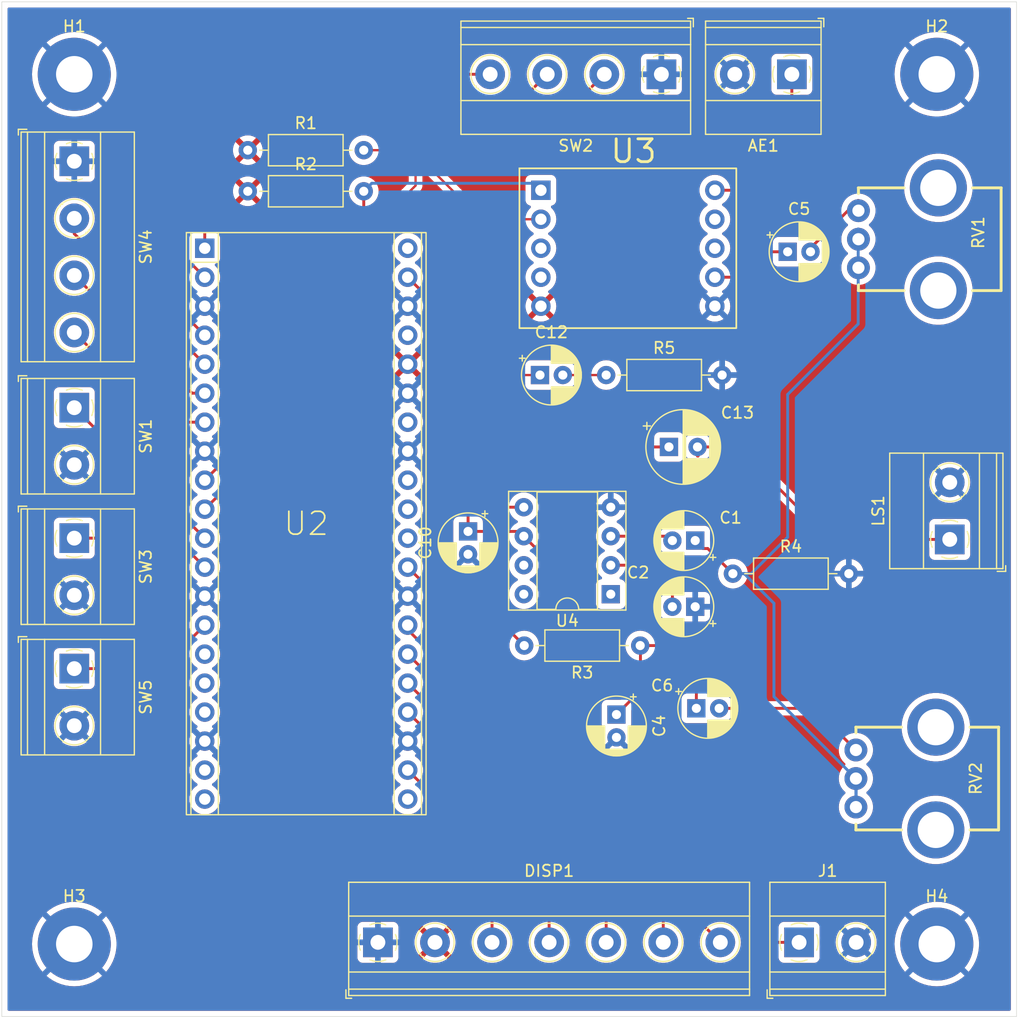
<source format=kicad_pcb>
(kicad_pcb (version 20240108) (generator "pcbnew") (generator_version "8.0")
  (layers (0 "F.Cu" signal) (31 "B.Cu" signal) (34 "B.Paste" user) (35 "F.Paste" user) (36 "B.SilkS" user "B.Silkscreen") (37 "F.SilkS" user "F.Silkscreen") (38 "B.Mask" user) (39 "F.Mask" user) (44 "Edge.Cuts" user))
  (net 0 "")
  (net 1 "GND")
  (net 2 "Net-(AE1-A)")
  (net 3 "+5V")
  (net 4 "+3.3V")
  (net 5 "Net-(C4-Pad1)")
  (net 6 "/AOUT")
  (net 7 "Net-(C5-Pad2)")
  (net 8 "Net-(C6-Pad2)")
  (net 9 "Net-(U4-+)")
  (net 11 "Net-(C12-Pad1)")
  (net 12 "Net-(C12-Pad2)")
  (net 13 "Net-(C13-Pad2)")
  (net 14 "/SDC")
  (net 15 "/SCS")
  (net 16 "/SSDA")
  (net 17 "/SSCK")
  (net 18 "/SRES")
  (net 19 "/ISCL")
  (net 20 "/ISDA")
  (net 21 "/PWM")
  (net 22 "/BTN1")
  (net 23 "/BTN2")
  (net 24 "/BTN3")
  (net 26 "/ENC2_CL")
  (net 30 "/ENC2_PB")
  (net 32 "/ENC1_PB")
  (net 35 "/ENC1_DR")
  (net 36 "/ENC1_CL")
  (net 42 "/ENC2_DR")
  (net 49 "Net-(C1-Pad1)")
  (net 50 "Net-(U4--)")
  (footprint "ECE:RPi_Pico_TH" (layer "F.Cu") (at 83.82 83.82)
    (property "Reference" "U2" (at 0 0 0) (layer "F.SilkS") (effects (font (size 2 2))))
    (property "Value" "RPi_Pico")
    (pad "1" thru_hole rect (at -8.89 -24.13) (size 1.7 1.7) (drill 1) (layers "*.Cu" "*.Mask") (net 36 "/ENC1_CL"))
    (pad "2" thru_hole circle (at -8.89 -21.59) (size 1.7 1.7) (drill 1) (layers "*.Cu" "*.Mask") (net 35 "/ENC1_DR"))
    (pad "3" thru_hole circle (at -8.89 -19.05) (size 1.7 1.7) (drill 1) (layers "*.Cu" "*.Mask") (net 1 "GND"))
    (pad "4" thru_hole circle (at -8.89 -16.51) (size 1.7 1.7) (drill 1) (layers "*.Cu" "*.Mask") (net 32 "/ENC1_PB"))
    (pad "5" thru_hole circle (at -8.89 -13.97) (size 1.7 1.7) (drill 1) (layers "*.Cu" "*.Mask") (net 26 "/ENC2_CL"))
    (pad "6" thru_hole circle (at -8.89 -11.43) (size 1.7 1.7) (drill 1) (layers "*.Cu" "*.Mask") (net 42 "/ENC2_DR"))
    (pad "7" thru_hole circle (at -8.89 -8.89) (size 1.7 1.7) (drill 1) (layers "*.Cu" "*.Mask") (net 30 "/ENC2_PB"))
    (pad "8" thru_hole circle (at -8.89 -6.35) (size 1.7 1.7) (drill 1) (layers "*.Cu" "*.Mask") (net 1 "GND"))
    (pad "9" thru_hole circle (at -8.89 -3.81) (size 1.7 1.7) (drill 1) (layers "*.Cu" "*.Mask") (net 20 "/ISDA"))
    (pad "10" thru_hole circle (at -8.89 -1.27) (size 1.7 1.7) (drill 1) (layers "*.Cu" "*.Mask") (net 19 "/ISCL"))
    (pad "11" thru_hole circle (at -8.89 1.27) (size 1.7 1.7) (drill 1) (layers "*.Cu" "*.Mask") (net 22 "/BTN1"))
    (pad "12" thru_hole circle (at -8.89 3.81) (size 1.7 1.7) (drill 1) (layers "*.Cu" "*.Mask") (net 23 "/BTN2"))
    (pad "13" thru_hole circle (at -8.89 6.35) (size 1.7 1.7) (drill 1) (layers "*.Cu" "*.Mask") (net 1 "GND"))
    (pad "14" thru_hole circle (at -8.89 8.89) (size 1.7 1.7) (drill 1) (layers "*.Cu" "*.Mask") (net 24 "/BTN3"))
    (pad "15" thru_hole circle (at -8.89 11.43) (size 1.7 1.7) (drill 1) (layers "*.Cu" "*.Mask"))
    (pad "16" thru_hole circle (at -8.89 13.97) (size 1.7 1.7) (drill 1) (layers "*.Cu" "*.Mask"))
    (pad "17" thru_hole circle (at -8.89 16.51) (size 1.7 1.7) (drill 1) (layers "*.Cu" "*.Mask"))
    (pad "18" thru_hole circle (at -8.89 19.05) (size 1.7 1.7) (drill 1) (layers "*.Cu" "*.Mask") (net 1 "GND"))
    (pad "19" thru_hole circle (at -8.89 21.59) (size 1.7 1.7) (drill 1) (layers "*.Cu" "*.Mask"))
    (pad "20" thru_hole circle (at -8.89 24.13) (size 1.7 1.7) (drill 1) (layers "*.Cu" "*.Mask"))
    (pad "21" thru_hole circle (at 8.89 24.13) (size 1.7 1.7) (drill 1) (layers "*.Cu" "*.Mask"))
    (pad "22" thru_hole circle (at 8.89 21.59) (size 1.7 1.7) (drill 1) (layers "*.Cu" "*.Mask") (net 15 "/SCS"))
    (pad "23" thru_hole circle (at 8.89 19.05) (size 1.7 1.7) (drill 1) (layers "*.Cu" "*.Mask") (net 1 "GND"))
    (pad "24" thru_hole circle (at 8.89 16.51) (size 1.7 1.7) (drill 1) (layers "*.Cu" "*.Mask") (net 17 "/SSCK"))
    (pad "25" thru_hole circle (at 8.89 13.97) (size 1.7 1.7) (drill 1) (layers "*.Cu" "*.Mask") (net 16 "/SSDA"))
    (pad "26" thru_hole circle (at 8.89 11.43) (size 1.7 1.7) (drill 1) (layers "*.Cu" "*.Mask") (net 14 "/SDC"))
    (pad "27" thru_hole circle (at 8.89 8.89) (size 1.7 1.7) (drill 1) (layers "*.Cu" "*.Mask") (net 18 "/SRES"))
    (pad "28" thru_hole circle (at 8.89 6.35) (size 1.7 1.7) (drill 1) (layers "*.Cu" "*.Mask") (net 1 "GND"))
    (pad "29" thru_hole circle (at 8.89 3.81) (size 1.7 1.7) (drill 1) (layers "*.Cu" "*.Mask") (net 21 "/PWM"))
    (pad "30" thru_hole circle (at 8.89 1.27) (size 1.7 1.7) (drill 1) (layers "*.Cu" "*.Mask"))
    (pad "31" thru_hole circle (at 8.89 -1.27) (size 1.7 1.7) (drill 1) (layers "*.Cu" "*.Mask"))
    (pad "32" thru_hole circle (at 8.89 -3.81) (size 1.7 1.7) (drill 1) (layers "*.Cu" "*.Mask"))
    (pad "33" thru_hole circle (at 8.89 -6.35) (size 1.7 1.7) (drill 1) (layers "*.Cu" "*.Mask") (net 1 "GND"))
    (pad "34" thru_hole circle (at 8.89 -8.89) (size 1.7 1.7) (drill 1) (layers "*.Cu" "*.Mask"))
    (pad "35" thru_hole circle (at 8.89 -11.43) (size 1.7 1.7) (drill 1) (layers "*.Cu" "*.Mask") (net 1 "GND"))
    (pad "36" thru_hole circle (at 8.89 -13.97) (size 1.7 1.7) (drill 1) (layers "*.Cu" "*.Mask") (net 4 "+3.3V"))
    (pad "37" thru_hole circle (at 8.89 -16.51) (size 1.7 1.7) (drill 1) (layers "*.Cu" "*.Mask"))
    (pad "38" thru_hole circle (at 8.89 -19.05) (size 1.7 1.7) (drill 1) (layers "*.Cu" "*.Mask") (net 1 "GND"))
    (pad "39" thru_hole circle (at 8.89 -21.59) (size 1.7 1.7) (drill 1) (layers "*.Cu" "*.Mask") (net 3 "+5V"))
    (pad "40" thru_hole circle (at 8.89 -24.13) (size 1.7 1.7) (drill 1) (layers "*.Cu" "*.Mask"))
  )
  (footprint "Resistor_THT:R_Axial_DIN0207_L6.3mm_D2.5mm_P10.16mm_Horizontal" (layer "F.Cu") (at 110.1 70.8)
    (property "Reference" "R5" (at 5.08 -2.37 0) (layer "F.SilkS"))
    (property "Value" "10")
    (pad "1" thru_hole circle (at 0 0) (size 1.6 1.6) (drill 0.8) (layers "*.Cu" "*.Mask") (net 12 "Net-(C12-Pad2)"))
    (pad "2" thru_hole oval (at 10.16 0) (size 1.6 1.6) (drill 0.8) (layers "*.Cu" "*.Mask") (net 1 "GND"))
  )
  (footprint "Capacitor_THT:CP_Radial_D5.0mm_P2.00mm" (layer "F.Cu") (at 126 60)
    (property "Reference" "C5" (at 1 -3.75 0) (layer "F.SilkS"))
    (property "Value" "100uF")
    (pad "1" thru_hole rect (at 0 0) (size 1.6 1.6) (drill 0.8) (layers "*.Cu" "*.Mask") (net 6 "/AOUT"))
    (pad "2" thru_hole circle (at 2 0) (size 1.6 1.6) (drill 0.8) (layers "*.Cu" "*.Mask") (net 7 "Net-(C5-Pad2)"))
  )
  (footprint "Resistor_THT:R_Axial_DIN0207_L6.3mm_D2.5mm_P10.16mm_Horizontal" (layer "F.Cu") (at 113.08 94.5 180)
    (property "Reference" "R3" (at 5.08 -2.37 0) (layer "F.SilkS"))
    (property "Value" "220")
    (pad "1" thru_hole circle (at 0 0 180) (size 1.6 1.6) (drill 0.8) (layers "*.Cu" "*.Mask") (net 5 "Net-(C4-Pad1)"))
    (pad "2" thru_hole oval (at 10.16 0 180) (size 1.6 1.6) (drill 0.8) (layers "*.Cu" "*.Mask") (net 21 "/PWM"))
  )
  (footprint "TerminalBlock_Phoenix:TerminalBlock_Phoenix_MKDS-1,5-2_1x02_P5.00mm_Horizontal" (layer "F.Cu") (at 63.5 85.09 -90)
    (property "Reference" "SW3" (at 2.5 -6.26 90) (layer "F.SilkS"))
    (property "Value" "Button 2")
    (pad "1" thru_hole rect (at 0 0 270) (size 2.6 2.6) (drill 1.3) (layers "*.Cu" "*.Mask") (net 23 "/BTN2"))
    (pad "2" thru_hole circle (at 5 0 270) (size 2.6 2.6) (drill 1.3) (layers "*.Cu" "*.Mask") (net 1 "GND"))
  )
  (footprint "Capacitor_THT:CP_Radial_D6.3mm_P2.50mm" (layer "F.Cu") (at 115.6 77.1)
    (property "Reference" "C13" (at 6 -3 0) (layer "F.SilkS"))
    (property "Value" "470uF")
    (pad "1" thru_hole rect (at 0 0) (size 1.6 1.6) (drill 0.8) (layers "*.Cu" "*.Mask") (net 11 "Net-(C12-Pad1)"))
    (pad "2" thru_hole circle (at 2.5 0) (size 1.6 1.6) (drill 0.8) (layers "*.Cu" "*.Mask") (net 13 "Net-(C13-Pad2)"))
  )
  (footprint "MountingHole:MountingHole_3.2mm_M3_Pad" (layer "F.Cu") (at 139.065 44.45)
    (property "Reference" "H2" (at 0 -4.2 0) (layer "F.SilkS"))
    (property "Value" "~")
    (pad "1" thru_hole circle (at 0 0) (size 6.4 6.4) (drill 3.2) (layers "*.Cu" "*.Mask") (net 1 "GND"))
  )
  (footprint "ECE:RDA5807M_Module_TH" (layer "F.Cu") (at 112 59.69)
    (property "Reference" "U3" (at 0.5 -8.5 0) (layer "F.SilkS") (effects (font (size 2 2) (thickness 0.25))))
    (property "Value" "RDA5807M_Module")
    (pad "1" thru_hole rect (at -7.62 -5.08 180) (size 1.7 1.7) (drill 1) (layers "*.Cu" "*.Mask") (net 20 "/ISDA"))
    (pad "2" thru_hole circle (at -7.62 -2.54 180) (size 1.7 1.7) (drill 1) (layers "*.Cu" "*.Mask") (net 19 "/ISCL"))
    (pad "3" thru_hole circle (at -7.62 0 180) (size 1.7 1.7) (drill 1) (layers "*.Cu" "*.Mask"))
    (pad "4" thru_hole circle (at -7.62 2.54 180) (size 1.7 1.7) (drill 1) (layers "*.Cu" "*.Mask"))
    (pad "5" thru_hole circle (at -7.62 5.08 180) (size 1.7 1.7) (drill 1) (layers "*.Cu" "*.Mask") (net 4 "+3.3V"))
    (pad "6" thru_hole circle (at 7.62 5.08 180) (size 1.7 1.7) (drill 1) (layers "*.Cu" "*.Mask") (net 1 "GND"))
    (pad "7" thru_hole circle (at 7.62 2.54 180) (size 1.7 1.7) (drill 1) (layers "*.Cu" "*.Mask") (net 6 "/AOUT"))
    (pad "8" thru_hole circle (at 7.62 0 180) (size 1.7 1.7) (drill 1) (layers "*.Cu" "*.Mask"))
    (pad "9" thru_hole circle (at 7.62 -2.54 180) (size 1.7 1.7) (drill 1) (layers "*.Cu" "*.Mask"))
    (pad "10" thru_hole circle (at 7.62 -5.08 180) (size 1.7 1.7) (drill 1) (layers "*.Cu" "*.Mask") (net 2 "Net-(AE1-A)"))
  )
  (footprint "MountingHole:MountingHole_3.2mm_M3_Pad" (layer "F.Cu") (at 63.5 120.65)
    (property "Reference" "H3" (at 0 -4.2 0) (layer "F.SilkS"))
    (property "Value" "~")
    (pad "1" thru_hole circle (at 0 0) (size 6.4 6.4) (drill 3.2) (layers "*.Cu" "*.Mask") (net 1 "GND"))
  )
  (footprint "TerminalBlock_Phoenix:TerminalBlock_Phoenix_MKDS-1,5-4_1x04_P5.00mm_Horizontal" (layer "F.Cu") (at 63.5 52.07 -90)
    (property "Reference" "SW4" (at 7.5 -6.26 90) (layer "F.SilkS"))
    (property "Value" "Encoder 2")
    (pad "A" thru_hole circle (at 5 0 270) (size 2.6 2.6) (drill 1.3) (layers "*.Cu" "*.Mask") (net 26 "/ENC2_CL"))
    (pad "B" thru_hole circle (at 10 0 270) (size 2.6 2.6) (drill 1.3) (layers "*.Cu" "*.Mask") (net 42 "/ENC2_DR"))
    (pad "C" thru_hole rect (at 0 0 270) (size 2.6 2.6) (drill 1.3) (layers "*.Cu" "*.Mask") (net 1 "GND"))
    (pad "S1" thru_hole circle (at 15 0 270) (size 2.6 2.6) (drill 1.3) (layers "*.Cu" "*.Mask") (net 30 "/ENC2_PB"))
  )
  (footprint "Capacitor_THT:CP_Radial_D5.0mm_P2.00mm" (layer "F.Cu") (at 117.9 91.1 180)
    (property "Reference" "C2" (at 5 3 0) (layer "F.SilkS"))
    (property "Value" "220nF")
    (pad "1" thru_hole rect (at 0 0 180) (size 1.6 1.6) (drill 0.8) (layers "*.Cu" "*.Mask") (net 1 "GND"))
    (pad "2" thru_hole circle (at 2 0 180) (size 1.6 1.6) (drill 0.8) (layers "*.Cu" "*.Mask") (net 50 "Net-(U4--)"))
  )
  (footprint "TerminalBlock_Phoenix:TerminalBlock_Phoenix_MKDS-1,5-2_1x02_P5.00mm_Horizontal" (layer "F.Cu") (at 127 120.5)
    (property "Reference" "J1" (at 2.5 -6.26 0) (layer "F.SilkS"))
    (property "Value" "Power In")
    (pad "1" thru_hole rect (at 0 0) (size 2.6 2.6) (drill 1.3) (layers "*.Cu" "*.Mask") (net 3 "+5V"))
    (pad "5" thru_hole circle (at 5 0) (size 2.6 2.6) (drill 1.3) (layers "*.Cu" "*.Mask") (net 1 "GND"))
  )
  (footprint "ECE:Bourns_PTV09_Horiz" (layer "F.Cu") (at 131.9785 106.15 -90)
    (property "Reference" "RV2" (at 0 -10.5 90) (layer "F.SilkS") (effects (font (size 1.016 1.016) (thickness 0.1524))))
    (property "Value" "50k")
    (pad "1" thru_hole circle (at -2.5 0 270) (size 2 2) (drill 1.0668) (layers "*.Cu" "*.Mask") (net 8 "Net-(C6-Pad2)"))
    (pad "2" thru_hole circle (at 0 0 270) (size 2 2) (drill 1.0668) (layers "*.Cu" "*.Mask") (net 49 "Net-(C1-Pad1)"))
    (pad "3" thru_hole circle (at 2.5 0 270) (size 2 2) (drill 1.0668) (layers "*.Cu" "*.Mask") (net 49 "Net-(C1-Pad1)"))
    (pad "4" thru_hole circle (at -4.5 -7 270) (size 5 5) (drill 3.175) (layers "*.Cu" "*.Mask"))
    (pad "5" thru_hole circle (at 4.5 -7 270) (size 5 5) (drill 3.175) (layers "*.Cu" "*.Mask"))
  )
  (footprint "TerminalBlock_Phoenix:TerminalBlock_Phoenix_MKDS-1,5-2_1x02_P5.00mm_Horizontal" (layer "F.Cu") (at 126.365 44.45 180)
    (property "Reference" "AE1" (at 2.5 -6.26 0) (layer "F.SilkS"))
    (property "Value" "Antenna")
    (pad "1" thru_hole rect (at 0 0 180) (size 2.6 2.6) (drill 1.3) (layers "*.Cu" "*.Mask") (net 2 "Net-(AE1-A)"))
    (pad "2" thru_hole circle (at 5 0 180) (size 2.6 2.6) (drill 1.3) (layers "*.Cu" "*.Mask") (net 1 "GND"))
  )
  (footprint "TerminalBlock_Phoenix:TerminalBlock_Phoenix_MKDS-1,5-2_1x02_P5.00mm_Horizontal" (layer "F.Cu") (at 63.5 96.52 -90)
    (property "Reference" "SW5" (at 2.5 -6.26 90) (layer "F.SilkS"))
    (property "Value" "Button 3")
    (pad "1" thru_hole rect (at 0 0 270) (size 2.6 2.6) (drill 1.3) (layers "*.Cu" "*.Mask") (net 24 "/BTN3"))
    (pad "2" thru_hole circle (at 5 0 270) (size 2.6 2.6) (drill 1.3) (layers "*.Cu" "*.Mask") (net 1 "GND"))
  )
  (footprint "TerminalBlock_Phoenix:TerminalBlock_Phoenix_MKDS-1,5-2_1x02_P5.00mm_Horizontal" (layer "F.Cu") (at 63.5 73.66 -90)
    (property "Reference" "SW1" (at 2.5 -6.26 90) (layer "F.SilkS"))
    (property "Value" "Button 1")
    (pad "1" thru_hole rect (at 0 0 270) (size 2.6 2.6) (drill 1.3) (layers "*.Cu" "*.Mask") (net 22 "/BTN1"))
    (pad "2" thru_hole circle (at 5 0 270) (size 2.6 2.6) (drill 1.3) (layers "*.Cu" "*.Mask") (net 1 "GND"))
  )
  (footprint "Capacitor_THT:CP_Radial_D5.0mm_P2.00mm" (layer "F.Cu") (at 98 84.5 -90)
    (property "Reference" "C10" (at 1 3.75 90) (layer "F.SilkS"))
    (property "Value" "10uF")
    (pad "1" thru_hole rect (at 0 0 270) (size 1.6 1.6) (drill 0.8) (layers "*.Cu" "*.Mask") (net 3 "+5V"))
    (pad "2" thru_hole circle (at 2 0 270) (size 1.6 1.6) (drill 0.8) (layers "*.Cu" "*.Mask") (net 1 "GND"))
  )
  (footprint "MountingHole:MountingHole_3.2mm_M3_Pad" (layer "F.Cu") (at 63.5 44.45)
    (property "Reference" "H1" (at 0 -4.2 0) (layer "F.SilkS"))
    (property "Value" "~")
    (pad "1" thru_hole circle (at 0 0) (size 6.4 6.4) (drill 3.2) (layers "*.Cu" "*.Mask") (net 1 "GND"))
  )
  (footprint "Capacitor_THT:CP_Radial_D5.0mm_P2.00mm" (layer "F.Cu") (at 104.3 70.8)
    (property "Reference" "C12" (at 1 -3.75 0) (layer "F.SilkS"))
    (property "Value" "100nF")
    (pad "1" thru_hole rect (at 0 0) (size 1.6 1.6) (drill 0.8) (layers "*.Cu" "*.Mask") (net 11 "Net-(C12-Pad1)"))
    (pad "2" thru_hole circle (at 2 0) (size 1.6 1.6) (drill 0.8) (layers "*.Cu" "*.Mask") (net 12 "Net-(C12-Pad2)"))
  )
  (footprint "TerminalBlock_Phoenix:TerminalBlock_Phoenix_MKDS-1,5-4_1x04_P5.00mm_Horizontal" (layer "F.Cu") (at 114.935 44.45 180)
    (property "Reference" "SW2" (at 7.5 -6.26 0) (layer "F.SilkS"))
    (property "Value" "Encoder 1")
    (pad "A" thru_hole circle (at 5 0 180) (size 2.6 2.6) (drill 1.3) (layers "*.Cu" "*.Mask") (net 36 "/ENC1_CL"))
    (pad "B" thru_hole circle (at 10 0 180) (size 2.6 2.6) (drill 1.3) (layers "*.Cu" "*.Mask") (net 35 "/ENC1_DR"))
    (pad "C" thru_hole rect (at 0 0 180) (size 2.6 2.6) (drill 1.3) (layers "*.Cu" "*.Mask") (net 1 "GND"))
    (pad "S1" thru_hole circle (at 15 0 180) (size 2.6 2.6) (drill 1.3) (layers "*.Cu" "*.Mask") (net 32 "/ENC1_PB"))
  )
  (footprint "Resistor_THT:R_Axial_DIN0207_L6.3mm_D2.5mm_P10.16mm_Horizontal" (layer "F.Cu") (at 78.7 51.1)
    (property "Reference" "R1" (at 5.08 -2.37 360) (layer "F.SilkS"))
    (property "Value" "2k2")
    (pad "1" thru_hole circle (at 0 0) (size 1.6 1.6) (drill 0.8) (layers "*.Cu" "*.Mask") (net 4 "+3.3V"))
    (pad "2" thru_hole oval (at 10.16 0) (size 1.6 1.6) (drill 0.8) (layers "*.Cu" "*.Mask") (net 19 "/ISCL"))
  )
  (footprint "TerminalBlock_Phoenix:TerminalBlock_Phoenix_MKDS-1,5-2_1x02_P5.00mm_Horizontal" (layer "F.Cu") (at 140.2 85.2 90)
    (property "Reference" "LS1" (at 2.5 -6.26 270) (layer "F.SilkS"))
    (property "Value" "Speaker")
    (pad "1" thru_hole rect (at 0 0 90) (size 2.6 2.6) (drill 1.3) (layers "*.Cu" "*.Mask") (net 13 "Net-(C13-Pad2)"))
    (pad "2" thru_hole circle (at 5 0 90) (size 2.6 2.6) (drill 1.3) (layers "*.Cu" "*.Mask") (net 1 "GND"))
  )
  (footprint "MountingHole:MountingHole_3.2mm_M3_Pad" (layer "F.Cu") (at 139.065 120.65)
    (property "Reference" "H4" (at 0 -4.2 0) (layer "F.SilkS"))
    (property "Value" "~")
    (pad "1" thru_hole circle (at 0 0) (size 6.4 6.4) (drill 3.2) (layers "*.Cu" "*.Mask") (net 1 "GND"))
  )
  (footprint "Capacitor_THT:CP_Radial_D5.0mm_P2.00mm" (layer "F.Cu") (at 111 100.544888 -90)
    (property "Reference" "C4" (at 1 -3.75 90) (layer "F.SilkS"))
    (property "Value" "100nF")
    (pad "1" thru_hole rect (at 0 0 270) (size 1.6 1.6) (drill 0.8) (layers "*.Cu" "*.Mask") (net 5 "Net-(C4-Pad1)"))
    (pad "2" thru_hole circle (at 2 0 270) (size 1.6 1.6) (drill 0.8) (layers "*.Cu" "*.Mask") (net 1 "GND"))
  )
  (footprint "ECE:Bourns_PTV09_Horiz" (layer "F.Cu") (at 132.2 58.9 -90)
    (property "Reference" "RV1" (at -0.58 -10.5 90) (layer "F.SilkS") (effects (font (size 1.016 1.016) (thickness 0.1524))))
    (property "Value" "50k")
    (pad "1" thru_hole circle (at -2.5 0 270) (size 2 2) (drill 1.0668) (layers "*.Cu" "*.Mask") (net 7 "Net-(C5-Pad2)"))
    (pad "2" thru_hole circle (at 0 0 270) (size 2 2) (drill 1.0668) (layers "*.Cu" "*.Mask") (net 49 "Net-(C1-Pad1)"))
    (pad "3" thru_hole circle (at 2.5 0 270) (size 2 2) (drill 1.0668) (layers "*.Cu" "*.Mask") (net 49 "Net-(C1-Pad1)"))
    (pad "4" thru_hole circle (at -4.5 -7 270) (size 5 5) (drill 3.175) (layers "*.Cu" "*.Mask"))
    (pad "5" thru_hole circle (at 4.5 -7 270) (size 5 5) (drill 3.175) (layers "*.Cu" "*.Mask"))
  )
  (footprint "Capacitor_THT:CP_Radial_D5.0mm_P2.00mm" (layer "F.Cu") (at 118 100)
    (property "Reference" "C6" (at -3 -2 0) (layer "F.SilkS"))
    (property "Value" "100uF")
    (pad "1" thru_hole rect (at 0 0) (size 1.6 1.6) (drill 0.8) (layers "*.Cu" "*.Mask") (net 5 "Net-(C4-Pad1)"))
    (pad "2" thru_hole circle (at 2 0) (size 1.6 1.6) (drill 0.8) (layers "*.Cu" "*.Mask") (net 8 "Net-(C6-Pad2)"))
  )
  (footprint "Resistor_THT:R_Axial_DIN0207_L6.3mm_D2.5mm_P10.16mm_Horizontal" (layer "F.Cu") (at 78.7 54.7)
    (property "Reference" "R2" (at 5.08 -2.37 360) (layer "F.SilkS"))
    (property "Value" "2k2")
    (pad "1" thru_hole circle (at 0 0) (size 1.6 1.6) (drill 0.8) (layers "*.Cu" "*.Mask") (net 4 "+3.3V"))
    (pad "2" thru_hole oval (at 10.16 0) (size 1.6 1.6) (drill 0.8) (layers "*.Cu" "*.Mask") (net 20 "/ISDA"))
  )
  (footprint "Package_DIP:DIP-8_W7.62mm_Socket" (layer "F.Cu") (at 110.5 90 180)
    (property "Reference" "U4" (at 3.81 -2.33 0) (layer "F.SilkS"))
    (property "Value" "LM386")
    (pad "1" thru_hole rect (at 0 0 180) (size 1.6 1.6) (drill 0.8) (layers "*.Cu" "*.Mask"))
    (pad "2" thru_hole oval (at 0 2.54 180) (size 1.6 1.6) (drill 0.8) (layers "*.Cu" "*.Mask") (net 50 "Net-(U4--)"))
    (pad "3" thru_hole oval (at 0 5.08 180) (size 1.6 1.6) (drill 0.8) (layers "*.Cu" "*.Mask") (net 9 "Net-(U4-+)"))
    (pad "4" thru_hole oval (at 0 7.62 180) (size 1.6 1.6) (drill 0.8) (layers "*.Cu" "*.Mask") (net 1 "GND"))
    (pad "5" thru_hole oval (at 7.62 7.62 180) (size 1.6 1.6) (drill 0.8) (layers "*.Cu" "*.Mask") (net 11 "Net-(C12-Pad1)"))
    (pad "6" thru_hole oval (at 7.62 5.08 180) (size 1.6 1.6) (drill 0.8) (layers "*.Cu" "*.Mask") (net 3 "+5V"))
    (pad "7" thru_hole oval (at 7.62 2.54 180) (size 1.6 1.6) (drill 0.8) (layers "*.Cu" "*.Mask"))
    (pad "8" thru_hole oval (at 7.62 0 180) (size 1.6 1.6) (drill 0.8) (layers "*.Cu" "*.Mask"))
  )
  (footprint "Resistor_THT:R_Axial_DIN0207_L6.3mm_D2.5mm_P10.16mm_Horizontal" (layer "F.Cu") (at 121.2 88.2)
    (property "Reference" "R4" (at 5.08 -2.37 0) (layer "F.SilkS"))
    (property "Value" "2k2")
    (pad "1" thru_hole circle (at 0 0) (size 1.6 1.6) (drill 0.8) (layers "*.Cu" "*.Mask") (net 49 "Net-(C1-Pad1)"))
    (pad "2" thru_hole oval (at 10.16 0) (size 1.6 1.6) (drill 0.8) (layers "*.Cu" "*.Mask") (net 1 "GND"))
  )
  (footprint "TerminalBlock_Phoenix:TerminalBlock_Phoenix_MKDS-1,5-7_1x07_P5.00mm_Horizontal" (layer "F.Cu") (at 90.1 120.5)
    (property "Reference" "DISP1" (at 15 -6.26 0) (layer "F.SilkS"))
    (property "Value" "Display")
    (pad "1" thru_hole rect (at 0 0) (size 2.6 2.6) (drill 1.3) (layers "*.Cu" "*.Mask") (net 1 "GND"))
    (pad "2" thru_hole circle (at 5 0) (size 2.6 2.6) (drill 1.3) (layers "*.Cu" "*.Mask") (net 4 "+3.3V"))
    (pad "3" thru_hole circle (at 15 0) (size 2.6 2.6) (drill 1.3) (layers "*.Cu" "*.Mask") (net 17 "/SSCK"))
    (pad "4" thru_hole circle (at 20 0) (size 2.6 2.6) (drill 1.3) (layers "*.Cu" "*.Mask") (net 16 "/SSDA"))
    (pad "5" thru_hole circle (at 30 0) (size 2.6 2.6) (drill 1.3) (layers "*.Cu" "*.Mask") (net 18 "/SRES"))
    (pad "6" thru_hole circle (at 25 0) (size 2.6 2.6) (drill 1.3) (layers "*.Cu" "*.Mask") (net 14 "/SDC"))
    (pad "7" thru_hole circle (at 10 0) (size 2.6 2.6) (drill 1.3) (layers "*.Cu" "*.Mask") (net 15 "/SCS"))
  )
  (footprint "Capacitor_THT:CP_Radial_D5.0mm_P2.00mm" (layer "F.Cu") (at 117.9 85.3 180)
    (property "Reference" "C1" (at -3.1 2 0) (layer "F.SilkS"))
    (property "Value" "220nF")
    (pad "1" thru_hole rect (at 0 0 180) (size 1.6 1.6) (drill 0.8) (layers "*.Cu" "*.Mask") (net 49 "Net-(C1-Pad1)"))
    (pad "2" thru_hole circle (at 2 0 180) (size 1.6 1.6) (drill 0.8) (layers "*.Cu" "*.Mask") (net 9 "Net-(U4-+)"))
  )
  (gr_rect (start 57.15 38.1) (end 146.05 127) (stroke (width 0.05)) (fill none) (layer "Edge.Cuts"))
  (segment (start 119.62 54.61) (end 125.73 54.61) (width 0.254) (layer "F.Cu") (net 2))
  (segment (start 125.73 54.61) (end 126.365 53.975) (width 0.254) (layer "F.Cu") (net 2))
  (segment (start 126.365 53.975) (end 126.365 44.45) (width 0.254) (layer "F.Cu") (net 2))
  (segment (start 105.98 102.285) (end 105.98 88.02) (width 0.254) (layer "F.Cu") (net 3))
  (segment (start 98 67.52) (end 98 84.5) (width 0.254) (layer "F.Cu") (net 3))
  (segment (start 105.98 88.02) (end 102.88 84.92) (width 0.254) (layer "F.Cu") (net 3))
  (segment (start 98 84.5) (end 102.46 84.5) (width 0.254) (layer "F.Cu") (net 3))
  (segment (start 92.71 62.23) (end 98 67.52) (width 0.254) (layer "F.Cu") (net 3))
  (segment (start 106 88.04) (end 105.98 88.02) (width 0.254) (layer "F.Cu") (net 3))
  (segment (start 124.195 120.5) (end 105.98 102.285) (width 0.254) (layer "F.Cu") (net 3))
  (segment (start 127 120.5) (end 124.195 120.5) (width 0.254) (layer "F.Cu") (net 3))
  (segment (start 102.46 84.5) (end 102.88 84.92) (width 0.254) (layer "F.Cu") (net 3))
  (segment (start 113.1 94.52) (end 113.08 94.5) (width 0.254) (layer "F.Cu") (net 5))
  (segment (start 114.5 94.5) (end 118 98) (width 0.254) (layer "F.Cu") (net 5))
  (segment (start 111 100.544888) (end 113.1 98.444888) (width 0.254) (layer "F.Cu") (net 5))
  (segment (start 113.1 98.444888) (end 113.1 94.52) (width 0.254) (layer "F.Cu") (net 5))
  (segment (start 113.08 94.5) (end 114.5 94.5) (width 0.254) (layer "F.Cu") (net 5))
  (segment (start 118 98) (end 118 100) (width 0.254) (layer "F.Cu") (net 5))
  (segment (start 126 60) (end 124.15 60) (width 0.254) (layer "F.Cu") (net 6))
  (segment (start 121.92 62.23) (end 119.62 62.23) (width 0.254) (layer "F.Cu") (net 6))
  (segment (start 124.15 60) (end 121.92 62.23) (width 0.254) (layer "F.Cu") (net 6))
  (segment (start 128 60) (end 128 59.6785) (width 0.254) (layer "F.Cu") (net 7))
  (segment (start 128 59.6785) (end 132.1785 55.5) (width 0.254) (layer "F.Cu") (net 7))
  (segment (start 120 100) (end 128.3285 100) (width 0.254) (layer "F.Cu") (net 8))
  (segment (start 128.3285 100) (end 131.9785 103.65) (width 0.254) (layer "F.Cu") (net 8))
  (segment (start 115.52 84.92) (end 110.5 84.92) (width 0.254) (layer "F.Cu") (net 9))
  (segment (start 115.9 85.3) (end 115.52 84.92) (width 0.254) (layer "F.Cu") (net 9))
  (segment (start 100 76.9) (end 100 72) (width 0.254) (layer "F.Cu") (net 11))
  (segment (start 100 82) (end 100 78.5) (width 0.254) (layer "F.Cu") (net 11))
  (segment (start 100 77) (end 100 76.9) (width 0.254) (layer "F.Cu") (net 11))
  (segment (start 100 78.5) (end 100 77) (width 0.254) (layer "F.Cu") (net 11))
  (segment (start 104.3 70.8) (end 101.2 70.8) (width 0.2) (layer "F.Cu") (net 11))
  (segment (start 102.88 82.38) (end 100.38 82.38) (width 0.254) (layer "F.Cu") (net 11))
  (segment (start 104.3 71.45) (end 104.3 70.8) (width 0.2) (layer "F.Cu") (net 11))
  (segment (start 101.2 70.8) (end 100 72) (width 0.2) (layer "F.Cu") (net 11))
  (segment (start 100.2 77.1) (end 115.6 77.1) (width 0.254) (layer "F.Cu") (net 11))
  (segment (start 100 76.9) (end 100.2 77.1) (width 0.254) (layer "F.Cu") (net 11))
  (segment (start 100.38 82.38) (end 100 82) (width 0.254) (layer "F.Cu") (net 11))
  (segment (start 106.3 70.8) (end 110.1 70.8) (width 0.2) (layer "F.Cu") (net 12))
  (segment (start 118.1 77.1) (end 121.6 77.1) (width 0.254) (layer "F.Cu") (net 13))
  (segment (start 118.1 77.9) (end 118.15 77.9) (width 0.254) (layer "F.Cu") (net 13))
  (segment (start 121.6 77.1) (end 129.7 85.2) (width 0.254) (layer "F.Cu") (net 13))
  (segment (start 129.7 85.2) (end 140.2 85.2) (width 0.254) (layer "F.Cu") (net 13))
  (segment (start 115.1 120.5) (end 115.1 117.64) (width 0.254) (layer "F.Cu") (net 14))
  (segment (start 115.1 117.64) (end 92.71 95.25) (width 0.254) (layer "F.Cu") (net 14))
  (segment (start 100.1 112.8) (end 92.71 105.41) (width 0.254) (layer "F.Cu") (net 15))
  (segment (start 100.1 120.5) (end 100.1 112.8) (width 0.254) (layer "F.Cu") (net 15))
  (segment (start 110.1 120.5) (end 110.1 115.18) (width 0.254) (layer "F.Cu") (net 16))
  (segment (start 110.1 115.18) (end 92.71 97.79) (width 0.254) (layer "F.Cu") (net 16))
  (segment (start 105.1 112.72) (end 92.71 100.33) (width 0.254) (layer "F.Cu") (net 17))
  (segment (start 105.1 120.5) (end 105.1 112.72) (width 0.254) (layer "F.Cu") (net 17))
  (segment (start 120.1 120.5) (end 92.71 93.11) (width 0.254) (layer "F.Cu") (net 18))
  (segment (start 92.71 93.11) (end 92.71 92.71) (width 0.254) (layer "F.Cu") (net 18))
  (segment (start 86.995 70.485) (end 90.014 67.466) (width 0.2) (layer "F.Cu") (net 19))
  (segment (start 99.15 57.15) (end 104.38 57.15) (width 0.2) (layer "F.Cu") (net 19))
  (segment (start 93.4 54.2) (end 93.4 51.4) (width 0.2) (layer "F.Cu") (net 19))
  (segment (start 93.1 51.1) (end 93.2 51.2) (width 0.2) (layer "F.Cu") (net 19))
  (segment (start 93.2 51.2) (end 99.15 57.15) (width 0.2) (layer "F.Cu") (net 19))
  (segment (start 93.4 51.4) (end 93.2 51.2) (width 0.2) (layer "F.Cu") (net 19))
  (segment (start 90.014 57.586) (end 93.4 54.2) (width 0.2) (layer "F.Cu") (net 19))
  (segment (start 88.86 51.1) (end 93.1 51.1) (width 0.2) (layer "F.Cu") (net 19))
  (segment (start 74.93 82.55) (end 86.995 70.485) (width 0.254) (layer "F.Cu") (net 19))
  (segment (start 90.014 67.466) (end 90.014 57.586) (width 0.2) (layer "F.Cu") (net 19))
  (segment (start 88.86 66.08) (end 88.86 54.7) (width 0.254) (layer "F.Cu") (net 20))
  (segment (start 74.93 80.01) (end 88.86 66.08) (width 0.254) (layer "F.Cu") (net 20))
  (segment (start 88.86 54.7) (end 89.56 54) (width 0.254) (layer "B.Cu") (net 20))
  (segment (start 89.56 54) (end 103.77 54) (width 0.254) (layer "B.Cu") (net 20))
  (segment (start 103.77 54) (end 104.38 54.61) (width 0.254) (layer "B.Cu") (net 20))
  (segment (start 97.92 89.5) (end 94.58 89.5) (width 0.254) (layer "F.Cu") (net 21))
  (segment (start 102.92 94.5) (end 97.92 89.5) (width 0.254) (layer "F.Cu") (net 21))
  (segment (start 94.58 89.5) (end 92.71 87.63) (width 0.254) (layer "F.Cu") (net 21))
  (segment (start 63.5 73.66) (end 74.93 85.09) (width 0.254) (layer "F.Cu") (net 22))
  (segment (start 72.39 85.09) (end 74.93 87.63) (width 0.254) (layer "F.Cu") (net 23))
  (segment (start 63.5 85.09) (end 72.39 85.09) (width 0.254) (layer "F.Cu") (net 23))
  (segment (start 71.12 96.52) (end 74.93 92.71) (width 0.254) (layer "F.Cu") (net 24))
  (segment (start 63.5 96.52) (end 71.12 96.52) (width 0.254) (layer "F.Cu") (net 24))
  (segment (start 63.5 58.42) (end 74.93 69.85) (width 0.254) (layer "F.Cu") (net 26))
  (segment (start 63.5 57.07) (end 63.5 58.42) (width 0.254) (layer "F.Cu") (net 26))
  (segment (start 68.33 74.93) (end 74.93 74.93) (width 0.254) (layer "F.Cu") (net 30))
  (segment (start 68 74.6) (end 68.33 74.93) (width 0.254) (layer "F.Cu") (net 30))
  (segment (start 63.5 67.07) (end 68 71.57) (width 0.254) (layer "F.Cu") (net 30))
  (segment (start 68 71.57) (end 68 74.6) (width 0.254) (layer "F.Cu") (net 30))
  (segment (start 74.93 67.31) (end 71 63.38) (width 0.254) (layer "F.Cu") (net 32))
  (segment (start 71 47) (end 73.55 44.45) (width 0.254) (layer "F.Cu") (net 32))
  (segment (start 73.55 44.45) (end 99.935 44.45) (width 0.254) (layer "F.Cu") (net 32))
  (segment (start 71 63.38) (end 71 47) (width 0.254) (layer "F.Cu") (net 32))
  (segment (start 73 48) (end 74 47) (width 0.254) (layer "F.Cu") (net 35))
  (segment (start 74.93 62.23) (end 73 60.3) (width 0.254) (layer "F.Cu") (net 35))
  (segment (start 102.385 47) (end 104.935 44.45) (width 0.254) (layer "F.Cu") (net 35))
  (segment (start 74 47) (end 102.385 47) (width 0.254) (layer "F.Cu") (net 35))
  (segment (start 73 60.3) (end 73 48) (width 0.254) (layer "F.Cu") (net 35))
  (segment (start 74.93 50.07) (end 77 48) (width 0.254) (layer "F.Cu") (net 36))
  (segment (start 106.385 48) (end 109.935 44.45) (width 0.254) (layer "F.Cu") (net 36))
  (segment (start 74.93 59.69) (end 74.93 50.07) (width 0.254) (layer "F.Cu") (net 36))
  (segment (start 77 48) (end 106.385 48) (width 0.254) (layer "F.Cu") (net 36))
  (segment (start 73.82 72.39) (end 74.93 72.39) (width 0.254) (layer "F.Cu") (net 42))
  (segment (start 63.5 62.07) (end 73.82 72.39) (width 0.254) (layer "F.Cu") (net 42))
  (segment (start 119 86) (end 118.6 86) (width 0.254) (layer "F.Cu") (net 49))
  (segment (start 121.2 88.2) (end 119 86) (width 0.254) (layer "F.Cu") (net 49))
  (segment (start 118.6 86) (end 117.9 85.3) (width 0.254) (layer "F.Cu") (net 49))
  (segment (start 124.7975 98.969) (end 124.7975 90.7975) (width 0.254) (layer "B.Cu") (net 49))
  (segment (start 122.8 88.2) (end 121.2 88.2) (width 0.254) (layer "B.Cu") (net 49))
  (segment (start 132.1785 58) (end 132.1785 66.3215) (width 0.254) (layer "B.Cu") (net 49))
  (segment (start 132 108.7) (end 132 106.2) (width 0.254) (layer "B.Cu") (net 49))
  (segment (start 124.7975 90.7975) (end 122.2 88.2) (width 0.254) (layer "B.Cu") (net 49))
  (segment (start 131.9785 108.65) (end 131.9785 106.15) (width 0.254) (layer "B.Cu") (net 49))
  (segment (start 132.1785 66.3215) (end 126 72.5) (width 0.254) (layer "B.Cu") (net 49))
  (segment (start 131.9785 106.15) (end 124.7975 98.969) (width 0.254) (layer "B.Cu") (net 49))
  (segment (start 126 72.5) (end 126 85) (width 0.254) (layer "B.Cu") (net 49))
  (segment (start 122.2 88.2) (end 121.2 88.2) (width 0.254) (layer "B.Cu") (net 49))
  (segment (start 126 85) (end 122.8 88.2) (width 0.254) (layer "B.Cu") (net 49))
  (segment (start 115.9 88.9) (end 115.9 91.1) (width 0.254) (layer "F.Cu") (net 50))
  (segment (start 110.5 87.46) (end 114.46 87.46) (width 0.254) (layer "F.Cu") (net 50))
  (segment (start 114.46 87.46) (end 115.9 88.9) (width 0.254) (layer "F.Cu") (net 50))
  (zone (net 4) (net_name "+3.3V") (layer "F.Cu") (connect_pads (clearance 0.5)) (min_thickness 0.25) (fill yes (thermal_gap 0.5) (thermal_bridge_width 0.5))
    (polygon (pts (xy 146.05 38.1) (xy 146.05 127) (xy 57.15 127) (xy 57.15 38.1)))
  )
  (zone (net 1) (net_name "GND") (layer "B.Cu") (priority 1) (connect_pads (clearance 0.5)) (min_thickness 0.25) (fill yes (thermal_gap 0.5) (thermal_bridge_width 0.5) (island_removal_mode 1) (island_area_min 10))
    (polygon (pts (xy 57.15 38.1) (xy 146.05 38.1) (xy 146.05 127) (xy 57.15 127)))
  )
)
</source>
